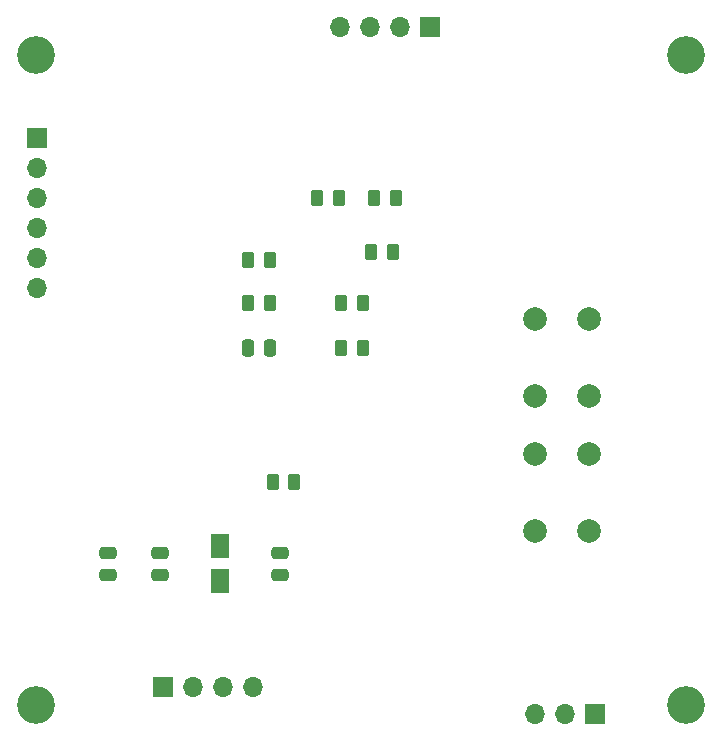
<source format=gbr>
%TF.GenerationSoftware,KiCad,Pcbnew,7.0.10*%
%TF.CreationDate,2024-03-01T12:09:53-06:00*%
%TF.ProjectId,ESP32,45535033-322e-46b6-9963-61645f706362,rev?*%
%TF.SameCoordinates,Original*%
%TF.FileFunction,Soldermask,Bot*%
%TF.FilePolarity,Negative*%
%FSLAX46Y46*%
G04 Gerber Fmt 4.6, Leading zero omitted, Abs format (unit mm)*
G04 Created by KiCad (PCBNEW 7.0.10) date 2024-03-01 12:09:53*
%MOMM*%
%LPD*%
G01*
G04 APERTURE LIST*
G04 Aperture macros list*
%AMRoundRect*
0 Rectangle with rounded corners*
0 $1 Rounding radius*
0 $2 $3 $4 $5 $6 $7 $8 $9 X,Y pos of 4 corners*
0 Add a 4 corners polygon primitive as box body*
4,1,4,$2,$3,$4,$5,$6,$7,$8,$9,$2,$3,0*
0 Add four circle primitives for the rounded corners*
1,1,$1+$1,$2,$3*
1,1,$1+$1,$4,$5*
1,1,$1+$1,$6,$7*
1,1,$1+$1,$8,$9*
0 Add four rect primitives between the rounded corners*
20,1,$1+$1,$2,$3,$4,$5,0*
20,1,$1+$1,$4,$5,$6,$7,0*
20,1,$1+$1,$6,$7,$8,$9,0*
20,1,$1+$1,$8,$9,$2,$3,0*%
%AMFreePoly0*
4,1,6,1.000000,0.000000,0.500000,-0.750000,-0.500000,-0.750000,-0.500000,0.750000,0.500000,0.750000,1.000000,0.000000,1.000000,0.000000,$1*%
G04 Aperture macros list end*
%ADD10R,1.700000X1.700000*%
%ADD11O,1.700000X1.700000*%
%ADD12C,3.200000*%
%ADD13C,2.000000*%
%ADD14RoundRect,0.250000X-0.262500X-0.450000X0.262500X-0.450000X0.262500X0.450000X-0.262500X0.450000X0*%
%ADD15RoundRect,0.250000X-0.475000X0.250000X-0.475000X-0.250000X0.475000X-0.250000X0.475000X0.250000X0*%
%ADD16RoundRect,0.250000X0.250000X0.475000X-0.250000X0.475000X-0.250000X-0.475000X0.250000X-0.475000X0*%
%ADD17RoundRect,0.250000X0.262500X0.450000X-0.262500X0.450000X-0.262500X-0.450000X0.262500X-0.450000X0*%
%ADD18R,1.500000X1.500000*%
%ADD19FreePoly0,90.000000*%
%ADD20FreePoly0,270.000000*%
G04 APERTURE END LIST*
D10*
%TO.C,DHT22*%
X131826000Y-128778000D03*
D11*
X129286000Y-128778000D03*
X126746000Y-128778000D03*
%TD*%
D12*
%TO.C,H3*%
X84500000Y-128000000D03*
%TD*%
D10*
%TO.C,MQ135*%
X95250000Y-126492000D03*
D11*
X97790000Y-126492000D03*
X100330000Y-126492000D03*
X102870000Y-126492000D03*
%TD*%
D13*
%TO.C,SW2*%
X131282000Y-95302000D03*
X131282000Y-101802000D03*
X126782000Y-95302000D03*
X126782000Y-101802000D03*
%TD*%
D10*
%TO.C,USB_UART1*%
X84582000Y-80010000D03*
D11*
X84582000Y-82550000D03*
X84582000Y-85090000D03*
X84582000Y-87630000D03*
X84582000Y-90170000D03*
X84582000Y-92710000D03*
%TD*%
D13*
%TO.C,SW1*%
X131282000Y-106732000D03*
X131282000Y-113232000D03*
X126782000Y-106732000D03*
X126782000Y-113232000D03*
%TD*%
D12*
%TO.C,H1*%
X139500000Y-73000000D03*
%TD*%
D10*
%TO.C,HC-SR4*%
X117856000Y-70612000D03*
D11*
X115316000Y-70612000D03*
X112776000Y-70612000D03*
X110236000Y-70612000D03*
%TD*%
D12*
%TO.C,H4*%
X84500000Y-73000000D03*
%TD*%
%TO.C,H2*%
X139500000Y-128000000D03*
%TD*%
D14*
%TO.C,R7*%
X110339500Y-97790000D03*
X112164500Y-97790000D03*
%TD*%
%TO.C,R10*%
X102448000Y-90297000D03*
X104273000Y-90297000D03*
%TD*%
D15*
%TO.C,C3*%
X94996000Y-115128000D03*
X94996000Y-117028000D03*
%TD*%
%TO.C,C5*%
X105156000Y-115128000D03*
X105156000Y-117028000D03*
%TD*%
%TO.C,C4*%
X90551000Y-115128000D03*
X90551000Y-117028000D03*
%TD*%
D16*
%TO.C,C1*%
X104310500Y-97790000D03*
X102410500Y-97790000D03*
%TD*%
D17*
%TO.C,R11*%
X104290500Y-93980000D03*
X102465500Y-93980000D03*
%TD*%
D14*
%TO.C,R13*%
X108307500Y-85090000D03*
X110132500Y-85090000D03*
%TD*%
D17*
%TO.C,R1*%
X112164500Y-93980000D03*
X110339500Y-93980000D03*
%TD*%
D14*
%TO.C,R12*%
X113133500Y-85090000D03*
X114958500Y-85090000D03*
%TD*%
%TO.C,R8*%
X112879500Y-89662000D03*
X114704500Y-89662000D03*
%TD*%
D18*
%TO.C,JP1*%
X100076000Y-117208000D03*
X100076000Y-114808000D03*
D19*
X100076000Y-118008000D03*
D20*
X100076000Y-114008000D03*
%TD*%
D17*
%TO.C,R4*%
X106369500Y-109093000D03*
X104544500Y-109093000D03*
%TD*%
M02*

</source>
